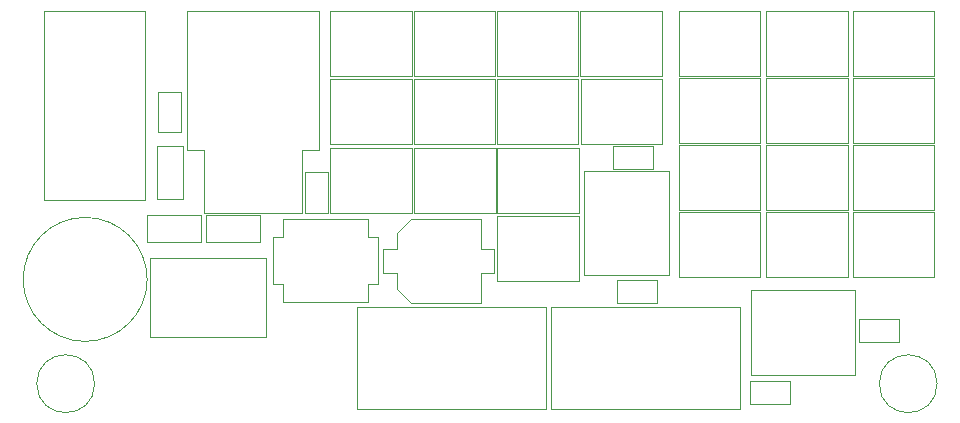
<source format=gbr>
%TF.GenerationSoftware,KiCad,Pcbnew,7.0.8*%
%TF.CreationDate,2023-12-06T00:15:52+05:30*%
%TF.ProjectId,PD Board,50442042-6f61-4726-942e-6b696361645f,V04*%
%TF.SameCoordinates,Original*%
%TF.FileFunction,Other,User*%
%FSLAX46Y46*%
G04 Gerber Fmt 4.6, Leading zero omitted, Abs format (unit mm)*
G04 Created by KiCad (PCBNEW 7.0.8) date 2023-12-06 00:15:52*
%MOMM*%
%LPD*%
G01*
G04 APERTURE LIST*
%ADD10C,0.050000*%
G04 APERTURE END LIST*
D10*
%TO.C,R2*%
X205220000Y-90730000D02*
X209780000Y-90730000D01*
X205220000Y-92970000D02*
X205220000Y-90730000D01*
X209780000Y-90730000D02*
X209780000Y-92970000D01*
X209780000Y-92970000D02*
X205220000Y-92970000D01*
%TO.C,L1*%
X219800000Y-96550000D02*
X218950000Y-96550000D01*
X219800000Y-92550000D02*
X219800000Y-96550000D01*
X218950000Y-98100000D02*
X211750000Y-98100000D01*
X218950000Y-96550000D02*
X218950000Y-98100000D01*
X218950000Y-92550000D02*
X219800000Y-92550000D01*
X218950000Y-91000000D02*
X218950000Y-92550000D01*
X211750000Y-98100000D02*
X211750000Y-96550000D01*
X211750000Y-96550000D02*
X210900000Y-96550000D01*
X211750000Y-92550000D02*
X211750000Y-91000000D01*
X211750000Y-91000000D02*
X218950000Y-91000000D01*
X210900000Y-96550000D02*
X210900000Y-92550000D01*
X210900000Y-92550000D02*
X211750000Y-92550000D01*
%TO.C,P16*%
X236950000Y-79200000D02*
X236950000Y-84700000D01*
X236950000Y-84700000D02*
X243850000Y-84700000D01*
X243850000Y-79200000D02*
X236950000Y-79200000D01*
X243850000Y-84700000D02*
X243850000Y-79200000D01*
%TO.C,P19*%
X252675000Y-84750000D02*
X252675000Y-90250000D01*
X252675000Y-90250000D02*
X259575000Y-90250000D01*
X259575000Y-84750000D02*
X252675000Y-84750000D01*
X259575000Y-90250000D02*
X259575000Y-84750000D01*
%TO.C,J1*%
X250450000Y-107100000D02*
X250450000Y-98500000D01*
X250450000Y-98500000D02*
X234450000Y-98500000D01*
X234450000Y-107100000D02*
X250450000Y-107100000D01*
X234450000Y-98500000D02*
X234450000Y-107100000D01*
%TO.C,H2*%
X195800000Y-104983274D02*
G75*
G03*
X195800000Y-104983274I-2450000J0D01*
G01*
%TO.C,P7*%
X259975000Y-84750000D02*
X259975000Y-90250000D01*
X259975000Y-90250000D02*
X266875000Y-90250000D01*
X266875000Y-84750000D02*
X259975000Y-84750000D01*
X266875000Y-90250000D02*
X266875000Y-84750000D01*
%TO.C,R1*%
X200270000Y-90730000D02*
X204830000Y-90730000D01*
X200270000Y-92970000D02*
X200270000Y-90730000D01*
X204830000Y-90730000D02*
X204830000Y-92970000D01*
X204830000Y-92970000D02*
X200270000Y-92970000D01*
%TO.C,P24*%
X229900000Y-90800000D02*
X229900000Y-96300000D01*
X229900000Y-96300000D02*
X236800000Y-96300000D01*
X236800000Y-90800000D02*
X229900000Y-90800000D01*
X236800000Y-96300000D02*
X236800000Y-90800000D01*
%TO.C,P26*%
X245275000Y-79100000D02*
X245275000Y-84600000D01*
X245275000Y-84600000D02*
X252175000Y-84600000D01*
X252175000Y-79100000D02*
X245275000Y-79100000D01*
X252175000Y-84600000D02*
X252175000Y-79100000D01*
%TO.C,P13*%
X215750000Y-79200000D02*
X215750000Y-84700000D01*
X215750000Y-84700000D02*
X222650000Y-84700000D01*
X222650000Y-79200000D02*
X215750000Y-79200000D01*
X222650000Y-84700000D02*
X222650000Y-79200000D01*
%TO.C,H1*%
X267133274Y-104983274D02*
G75*
G03*
X267133274Y-104983274I-2450000J0D01*
G01*
%TO.C,P17*%
X252675000Y-73450000D02*
X252675000Y-78950000D01*
X252675000Y-78950000D02*
X259575000Y-78950000D01*
X259575000Y-73450000D02*
X252675000Y-73450000D01*
X259575000Y-78950000D02*
X259575000Y-73450000D01*
%TO.C,U5*%
X237200000Y-95800000D02*
X244400000Y-95800000D01*
X244400000Y-95800000D02*
X244400000Y-87000000D01*
X237200000Y-87000000D02*
X237200000Y-95800000D01*
X244400000Y-87000000D02*
X237200000Y-87000000D01*
%TO.C,C2*%
X213570000Y-90500000D02*
X213570000Y-87100000D01*
X215530000Y-90500000D02*
X213570000Y-90500000D01*
X213570000Y-87100000D02*
X215530000Y-87100000D01*
X215530000Y-87100000D02*
X215530000Y-90500000D01*
%TO.C,P21*%
X215750000Y-85000000D02*
X215750000Y-90500000D01*
X215750000Y-90500000D02*
X222650000Y-90500000D01*
X222650000Y-85000000D02*
X215750000Y-85000000D01*
X222650000Y-90500000D02*
X222650000Y-85000000D01*
%TO.C,P25*%
X245275000Y-73450000D02*
X245275000Y-78950000D01*
X245275000Y-78950000D02*
X252175000Y-78950000D01*
X252175000Y-73450000D02*
X245275000Y-73450000D01*
X252175000Y-78950000D02*
X252175000Y-73450000D01*
%TO.C,P23*%
X229900000Y-85050000D02*
X229900000Y-90550000D01*
X229900000Y-90550000D02*
X236800000Y-90550000D01*
X236800000Y-85050000D02*
X229900000Y-85050000D01*
X236800000Y-90550000D02*
X236800000Y-85050000D01*
%TO.C,P4*%
X236900000Y-73400000D02*
X236900000Y-78900000D01*
X236900000Y-78900000D02*
X243800000Y-78900000D01*
X243800000Y-73400000D02*
X236900000Y-73400000D01*
X243800000Y-78900000D02*
X243800000Y-73400000D01*
%TO.C,P22*%
X222850000Y-85000000D02*
X222850000Y-90500000D01*
X222850000Y-90500000D02*
X229750000Y-90500000D01*
X229750000Y-85000000D02*
X222850000Y-85000000D01*
X229750000Y-90500000D02*
X229750000Y-85000000D01*
%TO.C,P14*%
X222800000Y-79200000D02*
X222800000Y-84700000D01*
X222800000Y-84700000D02*
X229700000Y-84700000D01*
X229700000Y-79200000D02*
X222800000Y-79200000D01*
X229700000Y-84700000D02*
X229700000Y-79200000D01*
%TO.C,C4*%
X201170000Y-83650000D02*
X201170000Y-80250000D01*
X203130000Y-83650000D02*
X201170000Y-83650000D01*
X201170000Y-80250000D02*
X203130000Y-80250000D01*
X203130000Y-80250000D02*
X203130000Y-83650000D01*
%TO.C,C1*%
X220250000Y-93550000D02*
X220250000Y-95650000D01*
X220250000Y-95650000D02*
X221400000Y-95650000D01*
X221400000Y-92200000D02*
X221400000Y-93550000D01*
X221400000Y-92200000D02*
X222550000Y-91050000D01*
X221400000Y-93550000D02*
X220250000Y-93550000D01*
X221400000Y-95650000D02*
X221400000Y-97000000D01*
X221400000Y-97000000D02*
X222550000Y-98150000D01*
X222550000Y-91050000D02*
X228500000Y-91050000D01*
X222550000Y-98150000D02*
X228500000Y-98150000D01*
X228500000Y-91050000D02*
X228500000Y-93550000D01*
X228500000Y-93550000D02*
X229650000Y-93550000D01*
X228500000Y-95650000D02*
X228500000Y-98150000D01*
X229650000Y-93550000D02*
X229650000Y-95650000D01*
X229650000Y-95650000D02*
X228500000Y-95650000D01*
%TO.C,P28*%
X245275000Y-90450000D02*
X245275000Y-95950000D01*
X245275000Y-95950000D02*
X252175000Y-95950000D01*
X252175000Y-90450000D02*
X245275000Y-90450000D01*
X252175000Y-95950000D02*
X252175000Y-90450000D01*
%TO.C,J2*%
X191500000Y-89400000D02*
X200100000Y-89400000D01*
X200100000Y-89400000D02*
X200100000Y-73400000D01*
X191500000Y-73400000D02*
X191500000Y-89400000D01*
X200100000Y-73400000D02*
X191500000Y-73400000D01*
%TO.C,C3*%
X200250000Y-96150000D02*
G75*
G03*
X200250000Y-96150000I-5250000J0D01*
G01*
%TO.C,P27*%
X245275000Y-84750000D02*
X245275000Y-90250000D01*
X245275000Y-90250000D02*
X252175000Y-90250000D01*
X252175000Y-84750000D02*
X245275000Y-84750000D01*
X252175000Y-90250000D02*
X252175000Y-84750000D01*
%TO.C,D1*%
X200500000Y-94300000D02*
X210300000Y-94300000D01*
X200500000Y-101000000D02*
X200500000Y-94300000D01*
X210300000Y-94300000D02*
X210300000Y-101000000D01*
X210300000Y-101000000D02*
X200500000Y-101000000D01*
%TO.C,C11*%
X251300000Y-104770000D02*
X254700000Y-104770000D01*
X251300000Y-106730000D02*
X251300000Y-104770000D01*
X254700000Y-104770000D02*
X254700000Y-106730000D01*
X254700000Y-106730000D02*
X251300000Y-106730000D01*
%TO.C,C9*%
X243450000Y-98130000D02*
X240050000Y-98130000D01*
X243450000Y-96170000D02*
X243450000Y-98130000D01*
X240050000Y-98130000D02*
X240050000Y-96170000D01*
X240050000Y-96170000D02*
X243450000Y-96170000D01*
%TO.C,P2*%
X222800000Y-73400000D02*
X222800000Y-78900000D01*
X222800000Y-78900000D02*
X229700000Y-78900000D01*
X229700000Y-73400000D02*
X222800000Y-73400000D01*
X229700000Y-78900000D02*
X229700000Y-73400000D01*
%TO.C,P1*%
X215750000Y-73400000D02*
X215750000Y-78900000D01*
X215750000Y-78900000D02*
X222650000Y-78900000D01*
X222650000Y-73400000D02*
X215750000Y-73400000D01*
X222650000Y-78900000D02*
X222650000Y-73400000D01*
%TO.C,C10*%
X260500000Y-99520000D02*
X263900000Y-99520000D01*
X260500000Y-101480000D02*
X260500000Y-99520000D01*
X263900000Y-99520000D02*
X263900000Y-101480000D01*
X263900000Y-101480000D02*
X260500000Y-101480000D01*
%TO.C,P5*%
X259975000Y-73450000D02*
X259975000Y-78950000D01*
X259975000Y-78950000D02*
X266875000Y-78950000D01*
X266875000Y-73450000D02*
X259975000Y-73450000D01*
X266875000Y-78950000D02*
X266875000Y-73450000D01*
%TO.C,P18*%
X252675000Y-79100000D02*
X252675000Y-84600000D01*
X252675000Y-84600000D02*
X259575000Y-84600000D01*
X259575000Y-79100000D02*
X252675000Y-79100000D01*
X259575000Y-84600000D02*
X259575000Y-79100000D01*
%TO.C,R3*%
X201080000Y-89380000D02*
X201080000Y-84820000D01*
X203320000Y-89380000D02*
X201080000Y-89380000D01*
X201080000Y-84820000D02*
X203320000Y-84820000D01*
X203320000Y-84820000D02*
X203320000Y-89380000D01*
%TO.C,U4*%
X251350000Y-97050000D02*
X251350000Y-104250000D01*
X251350000Y-104250000D02*
X260150000Y-104250000D01*
X260150000Y-97050000D02*
X251350000Y-97050000D01*
X260150000Y-104250000D02*
X260150000Y-97050000D01*
%TO.C,P3*%
X229850000Y-73400000D02*
X229850000Y-78900000D01*
X229850000Y-78900000D02*
X236750000Y-78900000D01*
X236750000Y-73400000D02*
X229850000Y-73400000D01*
X236750000Y-78900000D02*
X236750000Y-73400000D01*
%TO.C,P15*%
X229850000Y-79200000D02*
X229850000Y-84700000D01*
X229850000Y-84700000D02*
X236750000Y-84700000D01*
X236750000Y-79200000D02*
X229850000Y-79200000D01*
X236750000Y-84700000D02*
X236750000Y-79200000D01*
%TO.C,P20*%
X252675000Y-90450000D02*
X252675000Y-95950000D01*
X252675000Y-95950000D02*
X259575000Y-95950000D01*
X259575000Y-90450000D02*
X252675000Y-90450000D01*
X259575000Y-95950000D02*
X259575000Y-90450000D01*
%TO.C,P8*%
X259975000Y-90450000D02*
X259975000Y-95950000D01*
X259975000Y-95950000D02*
X266875000Y-95950000D01*
X266875000Y-90450000D02*
X259975000Y-90450000D01*
X266875000Y-95950000D02*
X266875000Y-90450000D01*
%TO.C,C12*%
X239700000Y-84870000D02*
X243100000Y-84870000D01*
X239700000Y-86830000D02*
X239700000Y-84870000D01*
X243100000Y-84870000D02*
X243100000Y-86830000D01*
X243100000Y-86830000D02*
X239700000Y-86830000D01*
%TO.C,J7*%
X218000000Y-98500000D02*
X218000000Y-107100000D01*
X218000000Y-107100000D02*
X234000000Y-107100000D01*
X234000000Y-98500000D02*
X218000000Y-98500000D01*
X234000000Y-107100000D02*
X234000000Y-98500000D01*
%TO.C,U2*%
X205050000Y-90550000D02*
X213350000Y-90550000D01*
X213350000Y-90550000D02*
X213350000Y-85155000D01*
X203600000Y-85155000D02*
X205050000Y-85155000D01*
X205050000Y-85155000D02*
X205050000Y-90550000D01*
X213350000Y-85155000D02*
X214800000Y-85155000D01*
X214800000Y-85155000D02*
X214800000Y-73450000D01*
X203600000Y-73450000D02*
X203600000Y-85155000D01*
X214800000Y-73450000D02*
X203600000Y-73450000D01*
%TO.C,P6*%
X259975000Y-79100000D02*
X259975000Y-84600000D01*
X259975000Y-84600000D02*
X266875000Y-84600000D01*
X266875000Y-79100000D02*
X259975000Y-79100000D01*
X266875000Y-84600000D02*
X266875000Y-79100000D01*
%TD*%
M02*

</source>
